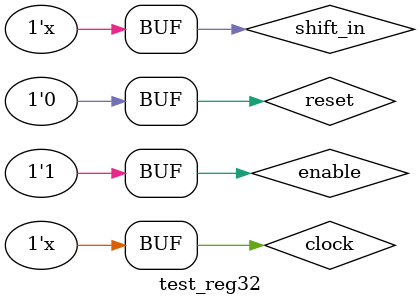
<source format=sv>
`timescale 1ns / 1ps


module test_reg32();
 logic clock, reset, enable, shift_in;
    logic out;
    
    
    reg_32 DUT(.clock(clock),
                 .reset(reset),
                 .enable(enable),
                 .shift_in(shift_in),
                 .out(out));
 always #5 clock=~clock;
 always #7 shift_in = ~shift_in;
 
 initial begin
 clock=0;
 reset=1;
 enable = 1;
 shift_in = 0;
 
 #10 reset=0;
 #20 reset = 1;
 #15 reset =0 ; 
 
 
 end
                
                 
endmodule


</source>
